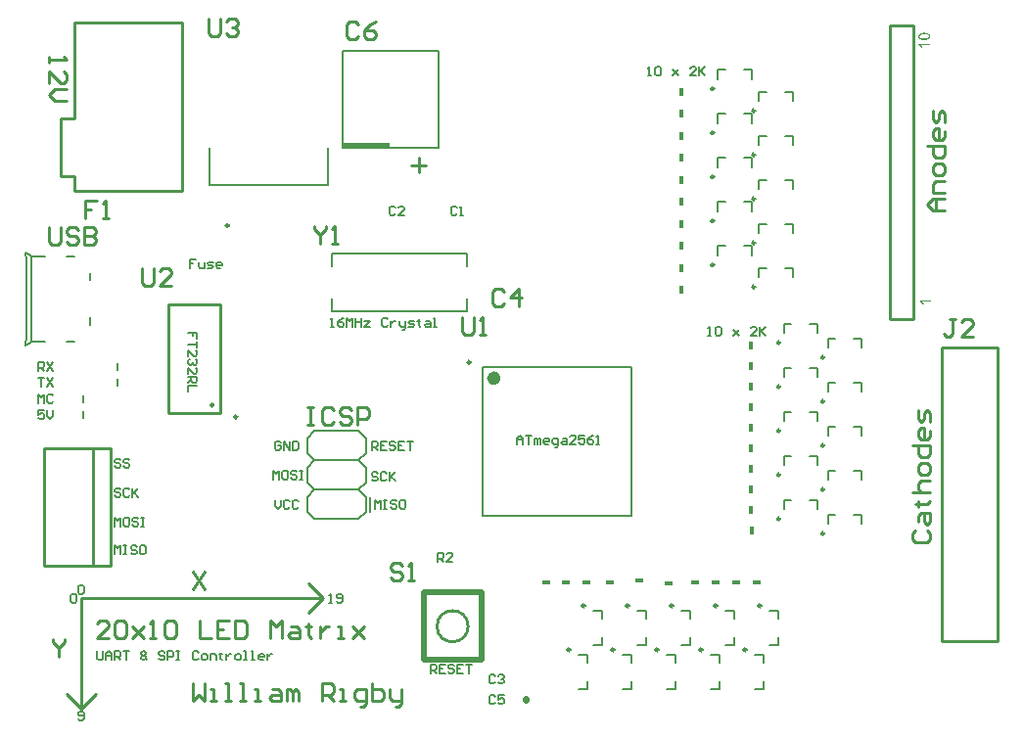
<source format=gto>
G04 Layer_Color=15132400*
%FSLAX24Y24*%
%MOIN*%
G70*
G01*
G75*
%ADD32C,0.0100*%
%ADD46C,0.0098*%
%ADD47C,0.0236*%
%ADD48C,0.0197*%
%ADD49C,0.0079*%
%ADD50C,0.0080*%
%ADD51C,0.0220*%
%ADD52C,0.0050*%
%ADD53C,0.0070*%
%ADD54R,0.0300X0.0180*%
%ADD55R,0.1614X0.0139*%
%ADD56R,0.0180X0.0300*%
G36*
X40228Y48763D02*
X40235D01*
X40242Y48762D01*
X40250Y48762D01*
X40267Y48760D01*
X40286Y48757D01*
X40303Y48754D01*
X40312Y48752D01*
X40320Y48749D01*
X40321D01*
X40322Y48748D01*
X40324Y48747D01*
X40327Y48746D01*
X40331Y48745D01*
X40335Y48743D01*
X40344Y48738D01*
X40354Y48733D01*
X40365Y48726D01*
X40375Y48717D01*
X40384Y48707D01*
Y48707D01*
X40386Y48706D01*
X40387Y48705D01*
X40388Y48702D01*
X40389Y48700D01*
X40392Y48697D01*
X40396Y48688D01*
X40399Y48678D01*
X40403Y48667D01*
X40406Y48653D01*
X40407Y48638D01*
Y48637D01*
Y48636D01*
Y48632D01*
X40406Y48629D01*
X40406Y48624D01*
X40404Y48619D01*
X40403Y48612D01*
X40402Y48606D01*
X40399Y48599D01*
X40397Y48592D01*
X40394Y48585D01*
X40390Y48577D01*
X40386Y48570D01*
X40380Y48563D01*
X40374Y48556D01*
X40367Y48550D01*
X40367Y48550D01*
X40365Y48549D01*
X40362Y48547D01*
X40358Y48544D01*
X40353Y48541D01*
X40346Y48539D01*
X40338Y48535D01*
X40330Y48531D01*
X40320Y48528D01*
X40308Y48525D01*
X40295Y48521D01*
X40281Y48519D01*
X40265Y48516D01*
X40248Y48514D01*
X40230Y48513D01*
X40211Y48513D01*
X40200D01*
X40194Y48513D01*
X40187D01*
X40180Y48514D01*
X40171Y48514D01*
X40154Y48516D01*
X40136Y48519D01*
X40118Y48522D01*
X40109Y48524D01*
X40101Y48526D01*
X40100D01*
X40099Y48527D01*
X40097Y48528D01*
X40094Y48529D01*
X40090Y48530D01*
X40086Y48532D01*
X40077Y48537D01*
X40067Y48542D01*
X40056Y48550D01*
X40046Y48558D01*
X40037Y48568D01*
Y48569D01*
X40036Y48569D01*
X40035Y48571D01*
X40034Y48573D01*
X40031Y48576D01*
X40030Y48579D01*
X40025Y48587D01*
X40021Y48597D01*
X40018Y48609D01*
X40015Y48623D01*
X40014Y48638D01*
Y48639D01*
Y48639D01*
Y48641D01*
Y48643D01*
X40015Y48649D01*
X40016Y48656D01*
X40018Y48665D01*
X40020Y48673D01*
X40023Y48683D01*
X40027Y48692D01*
Y48692D01*
X40028Y48693D01*
X40029Y48696D01*
X40032Y48700D01*
X40036Y48706D01*
X40041Y48712D01*
X40048Y48718D01*
X40055Y48725D01*
X40063Y48731D01*
X40064Y48731D01*
X40067Y48733D01*
X40072Y48736D01*
X40079Y48740D01*
X40088Y48743D01*
X40097Y48747D01*
X40108Y48751D01*
X40120Y48754D01*
X40121D01*
X40122Y48755D01*
X40124Y48756D01*
X40126Y48756D01*
X40130Y48757D01*
X40134Y48757D01*
X40139Y48758D01*
X40144Y48759D01*
X40150Y48760D01*
X40157Y48761D01*
X40165Y48761D01*
X40172Y48762D01*
X40181Y48763D01*
X40190D01*
X40200Y48763D01*
X40222D01*
X40228Y48763D01*
D02*
G37*
G36*
X40400Y48344D02*
X40100D01*
X40100Y48344D01*
X40103Y48341D01*
X40106Y48338D01*
X40110Y48332D01*
X40115Y48326D01*
X40120Y48318D01*
X40126Y48309D01*
X40132Y48299D01*
Y48299D01*
X40133Y48298D01*
X40135Y48295D01*
X40138Y48289D01*
X40141Y48283D01*
X40145Y48275D01*
X40149Y48267D01*
X40153Y48258D01*
X40156Y48250D01*
X40111D01*
Y48251D01*
X40110Y48252D01*
X40109Y48254D01*
X40108Y48257D01*
X40106Y48260D01*
X40104Y48264D01*
X40098Y48273D01*
X40092Y48284D01*
X40084Y48296D01*
X40075Y48307D01*
X40066Y48319D01*
X40065Y48319D01*
X40065Y48320D01*
X40063Y48322D01*
X40061Y48324D01*
X40056Y48329D01*
X40049Y48335D01*
X40041Y48342D01*
X40033Y48349D01*
X40024Y48355D01*
X40014Y48361D01*
Y48392D01*
X40400D01*
Y48344D01*
D02*
G37*
G36*
X40450Y39594D02*
X40150D01*
X40150Y39594D01*
X40153Y39591D01*
X40156Y39588D01*
X40160Y39582D01*
X40165Y39576D01*
X40170Y39568D01*
X40176Y39559D01*
X40182Y39549D01*
Y39549D01*
X40183Y39548D01*
X40185Y39545D01*
X40188Y39539D01*
X40191Y39533D01*
X40195Y39525D01*
X40199Y39517D01*
X40203Y39508D01*
X40206Y39500D01*
X40161D01*
Y39501D01*
X40160Y39502D01*
X40159Y39504D01*
X40158Y39507D01*
X40156Y39510D01*
X40154Y39514D01*
X40148Y39523D01*
X40142Y39534D01*
X40134Y39546D01*
X40125Y39557D01*
X40116Y39569D01*
X40115Y39569D01*
X40115Y39570D01*
X40113Y39572D01*
X40111Y39574D01*
X40106Y39579D01*
X40099Y39585D01*
X40091Y39592D01*
X40083Y39599D01*
X40074Y39605D01*
X40064Y39611D01*
Y39642D01*
X40450D01*
Y39594D01*
D02*
G37*
%LPC*%
G36*
X40228Y48715D02*
X40202D01*
X40195Y48715D01*
X40188D01*
X40179Y48714D01*
X40170Y48713D01*
X40159Y48712D01*
X40138Y48710D01*
X40127Y48708D01*
X40118Y48706D01*
X40108Y48703D01*
X40099Y48700D01*
X40091Y48697D01*
X40085Y48693D01*
X40084D01*
X40084Y48692D01*
X40082Y48691D01*
X40080Y48689D01*
X40075Y48684D01*
X40069Y48678D01*
X40063Y48670D01*
X40058Y48660D01*
X40056Y48655D01*
X40054Y48650D01*
X40054Y48643D01*
X40053Y48637D01*
Y48637D01*
Y48636D01*
Y48634D01*
X40054Y48632D01*
X40055Y48626D01*
X40056Y48619D01*
X40060Y48610D01*
X40065Y48601D01*
X40068Y48597D01*
X40071Y48592D01*
X40076Y48589D01*
X40081Y48585D01*
X40081D01*
X40083Y48584D01*
X40085Y48582D01*
X40088Y48581D01*
X40092Y48579D01*
X40097Y48577D01*
X40103Y48575D01*
X40110Y48573D01*
X40119Y48571D01*
X40128Y48569D01*
X40139Y48566D01*
X40150Y48565D01*
X40164Y48563D01*
X40178Y48562D01*
X40194Y48561D01*
X40211Y48561D01*
X40220D01*
X40226Y48561D01*
X40233D01*
X40242Y48562D01*
X40252Y48562D01*
X40262Y48564D01*
X40283Y48566D01*
X40294Y48568D01*
X40304Y48570D01*
X40313Y48572D01*
X40322Y48576D01*
X40330Y48579D01*
X40337Y48583D01*
X40337D01*
X40338Y48584D01*
X40342Y48587D01*
X40347Y48592D01*
X40352Y48598D01*
X40358Y48606D01*
X40363Y48616D01*
X40367Y48626D01*
X40367Y48632D01*
X40368Y48638D01*
Y48639D01*
Y48640D01*
Y48641D01*
X40367Y48643D01*
X40366Y48649D01*
X40364Y48657D01*
X40360Y48665D01*
X40354Y48675D01*
X40351Y48679D01*
X40347Y48683D01*
X40342Y48688D01*
X40337Y48692D01*
X40336D01*
X40335Y48693D01*
X40333Y48695D01*
X40331Y48696D01*
X40327Y48698D01*
X40322Y48700D01*
X40316Y48702D01*
X40310Y48704D01*
X40301Y48706D01*
X40292Y48708D01*
X40282Y48710D01*
X40271Y48712D01*
X40257Y48713D01*
X40243Y48714D01*
X40228Y48715D01*
D02*
G37*
%LPD*%
D32*
X16817Y35682D02*
G03*
X16817Y35682I-49J0D01*
G01*
X16010Y36085D02*
G03*
X16010Y36085I-49J0D01*
G01*
X24680Y28550D02*
G03*
X24680Y28550I-530J0D01*
G01*
X14464Y35800D02*
X16236D01*
X14464D02*
Y39500D01*
X16236D01*
Y35800D02*
Y39500D01*
X10250Y34600D02*
X12500D01*
X10250Y30600D02*
Y34600D01*
Y30600D02*
X12500D01*
Y34600D01*
X11900Y30600D02*
Y34550D01*
X42720Y28050D02*
Y38050D01*
X42720D01*
X40820D02*
X42720D01*
X40820Y28050D02*
Y38050D01*
Y28050D02*
X42720D01*
X39050Y39000D02*
Y44060D01*
X39850Y39000D02*
Y43900D01*
X39050Y39000D02*
X39850D01*
X39050Y44060D02*
Y49000D01*
X39850Y43900D02*
Y49000D01*
X39050D02*
X39850D01*
X23000Y44000D02*
Y44500D01*
X22750Y44250D02*
X23250D01*
X11271Y49100D02*
X14950D01*
X10800Y43862D02*
Y45850D01*
X11271Y43391D02*
X14950D01*
Y49100D01*
X11271Y46321D02*
Y49100D01*
X10800Y43862D02*
X11271D01*
Y43391D02*
Y43862D01*
Y45850D02*
Y46321D01*
X10800Y45850D02*
X11271D01*
X11500Y25750D02*
Y29500D01*
X19750D01*
X19250Y30000D02*
X19750Y29500D01*
X19250Y29000D02*
X19750Y29500D01*
X11500Y25750D02*
X12000Y26250D01*
X11000D02*
X11500Y25750D01*
X22440Y30600D02*
X22340Y30700D01*
X22140D01*
X22040Y30600D01*
Y30500D01*
X22140Y30400D01*
X22340D01*
X22440Y30300D01*
Y30200D01*
X22340Y30100D01*
X22140D01*
X22040Y30200D01*
X22640Y30100D02*
X22840D01*
X22740D01*
Y30700D01*
X22640Y30600D01*
X25890Y39950D02*
X25790Y40050D01*
X25590D01*
X25490Y39950D01*
Y39550D01*
X25590Y39450D01*
X25790D01*
X25890Y39550D01*
X26390Y39450D02*
Y40050D01*
X26090Y39750D01*
X26490D01*
X12050Y43050D02*
X11650D01*
Y42750D01*
X11850D01*
X11650D01*
Y42450D01*
X12250D02*
X12450D01*
X12350D01*
Y43050D01*
X12250Y42950D01*
X13560Y40740D02*
Y40240D01*
X13660Y40140D01*
X13860D01*
X13960Y40240D01*
Y40740D01*
X14560Y40140D02*
X14160D01*
X14560Y40540D01*
Y40640D01*
X14460Y40740D01*
X14260D01*
X14160Y40640D01*
X24480Y39070D02*
Y38570D01*
X24580Y38470D01*
X24780D01*
X24880Y38570D01*
Y39070D01*
X25080Y38470D02*
X25280D01*
X25180D01*
Y39070D01*
X25080Y38970D01*
X19450Y42180D02*
Y42080D01*
X19650Y41880D01*
X19850Y42080D01*
Y42180D01*
X19650Y41880D02*
Y41580D01*
X20050D02*
X20250D01*
X20150D01*
Y42180D01*
X20050Y42080D01*
X41270Y39000D02*
X41070D01*
X41170D01*
Y38500D01*
X41070Y38400D01*
X40970D01*
X40870Y38500D01*
X41870Y38400D02*
X41470D01*
X41870Y38800D01*
Y38900D01*
X41770Y39000D01*
X41570D01*
X41470Y38900D01*
X20950Y49050D02*
X20850Y49150D01*
X20650D01*
X20550Y49050D01*
Y48650D01*
X20650Y48550D01*
X20850D01*
X20950Y48650D01*
X21550Y49150D02*
X21350Y49050D01*
X21150Y48850D01*
Y48650D01*
X21250Y48550D01*
X21450D01*
X21550Y48650D01*
Y48750D01*
X21450Y48850D01*
X21150D01*
X15855Y49245D02*
Y48745D01*
X15955Y48645D01*
X16155D01*
X16255Y48745D01*
Y49245D01*
X16455Y49145D02*
X16555Y49245D01*
X16755D01*
X16855Y49145D01*
Y49045D01*
X16755Y48945D01*
X16655D01*
X16755D01*
X16855Y48845D01*
Y48745D01*
X16755Y48645D01*
X16555D01*
X16455Y48745D01*
X10400Y42150D02*
Y41650D01*
X10500Y41550D01*
X10700D01*
X10800Y41650D01*
Y42150D01*
X11400Y42050D02*
X11300Y42150D01*
X11100D01*
X11000Y42050D01*
Y41950D01*
X11100Y41850D01*
X11300D01*
X11400Y41750D01*
Y41650D01*
X11300Y41550D01*
X11100D01*
X11000Y41650D01*
X11600Y42150D02*
Y41550D01*
X11900D01*
X11999Y41650D01*
Y41750D01*
X11900Y41850D01*
X11600D01*
X11900D01*
X11999Y41950D01*
Y42050D01*
X11900Y42150D01*
X11600D01*
X10400Y47950D02*
Y47750D01*
Y47850D01*
X11000D01*
X10900Y47950D01*
X10400Y47050D02*
Y47450D01*
X10800Y47050D01*
X10900D01*
X11000Y47150D01*
Y47350D01*
X10900Y47450D01*
X11000Y46850D02*
X10600D01*
X10400Y46650D01*
X10600Y46450D01*
X11000D01*
X40900Y42700D02*
X40500D01*
X40300Y42900D01*
X40500Y43100D01*
X40900D01*
X40600D01*
Y42700D01*
X40900Y43300D02*
X40500D01*
Y43600D01*
X40600Y43700D01*
X40900D01*
Y44000D02*
Y44200D01*
X40800Y44299D01*
X40600D01*
X40500Y44200D01*
Y44000D01*
X40600Y43900D01*
X40800D01*
X40900Y44000D01*
X40300Y44899D02*
X40900D01*
Y44599D01*
X40800Y44499D01*
X40600D01*
X40500Y44599D01*
Y44899D01*
X40900Y45399D02*
Y45199D01*
X40800Y45099D01*
X40600D01*
X40500Y45199D01*
Y45399D01*
X40600Y45499D01*
X40700D01*
Y45099D01*
X40900Y45699D02*
Y45999D01*
X40800Y46099D01*
X40700Y45999D01*
Y45799D01*
X40600Y45699D01*
X40500Y45799D01*
Y46099D01*
X19200Y36000D02*
X19400D01*
X19300D01*
Y35400D01*
X19200D01*
X19400D01*
X20100Y35900D02*
X20000Y36000D01*
X19800D01*
X19700Y35900D01*
Y35500D01*
X19800Y35400D01*
X20000D01*
X20100Y35500D01*
X20700Y35900D02*
X20600Y36000D01*
X20400D01*
X20300Y35900D01*
Y35800D01*
X20400Y35700D01*
X20600D01*
X20700Y35600D01*
Y35500D01*
X20600Y35400D01*
X20400D01*
X20300Y35500D01*
X20899Y35400D02*
Y36000D01*
X21199D01*
X21299Y35900D01*
Y35700D01*
X21199Y35600D01*
X20899D01*
X10550Y28100D02*
Y28000D01*
X10750Y27800D01*
X10950Y28000D01*
Y28100D01*
X10750Y27800D02*
Y27500D01*
X15300Y30400D02*
X15700Y29800D01*
Y30400D02*
X15300Y29800D01*
X39900Y31800D02*
X39800Y31700D01*
Y31500D01*
X39900Y31400D01*
X40300D01*
X40400Y31500D01*
Y31700D01*
X40300Y31800D01*
X40000Y32100D02*
Y32300D01*
X40100Y32400D01*
X40400D01*
Y32100D01*
X40300Y32000D01*
X40200Y32100D01*
Y32400D01*
X39900Y32700D02*
X40000D01*
Y32600D01*
Y32800D01*
Y32700D01*
X40300D01*
X40400Y32800D01*
X39800Y33099D02*
X40400D01*
X40100D01*
X40000Y33199D01*
Y33399D01*
X40100Y33499D01*
X40400D01*
Y33799D02*
Y33999D01*
X40300Y34099D01*
X40100D01*
X40000Y33999D01*
Y33799D01*
X40100Y33699D01*
X40300D01*
X40400Y33799D01*
X39800Y34699D02*
X40400D01*
Y34399D01*
X40300Y34299D01*
X40100D01*
X40000Y34399D01*
Y34699D01*
X40400Y35199D02*
Y34999D01*
X40300Y34899D01*
X40100D01*
X40000Y34999D01*
Y35199D01*
X40100Y35299D01*
X40200D01*
Y34899D01*
X40400Y35499D02*
Y35799D01*
X40300Y35899D01*
X40200Y35799D01*
Y35599D01*
X40100Y35499D01*
X40000Y35599D01*
Y35899D01*
X12450Y28150D02*
X12050D01*
X12450Y28550D01*
Y28650D01*
X12350Y28750D01*
X12150D01*
X12050Y28650D01*
X12650D02*
X12750Y28750D01*
X12950D01*
X13050Y28650D01*
Y28250D01*
X12950Y28150D01*
X12750D01*
X12650Y28250D01*
Y28650D01*
X13250Y28550D02*
X13649Y28150D01*
X13450Y28350D01*
X13649Y28550D01*
X13250Y28150D01*
X13849D02*
X14049D01*
X13949D01*
Y28750D01*
X13849Y28650D01*
X14349D02*
X14449Y28750D01*
X14649D01*
X14749Y28650D01*
Y28250D01*
X14649Y28150D01*
X14449D01*
X14349Y28250D01*
Y28650D01*
X15549Y28750D02*
Y28150D01*
X15949D01*
X16549Y28750D02*
X16149D01*
Y28150D01*
X16549D01*
X16149Y28450D02*
X16349D01*
X16748Y28750D02*
Y28150D01*
X17048D01*
X17148Y28250D01*
Y28650D01*
X17048Y28750D01*
X16748D01*
X17948Y28150D02*
Y28750D01*
X18148Y28550D01*
X18348Y28750D01*
Y28150D01*
X18648Y28550D02*
X18848D01*
X18948Y28450D01*
Y28150D01*
X18648D01*
X18548Y28250D01*
X18648Y28350D01*
X18948D01*
X19248Y28650D02*
Y28550D01*
X19148D01*
X19348D01*
X19248D01*
Y28250D01*
X19348Y28150D01*
X19648Y28550D02*
Y28150D01*
Y28350D01*
X19748Y28450D01*
X19847Y28550D01*
X19947D01*
X20247Y28150D02*
X20447D01*
X20347D01*
Y28550D01*
X20247D01*
X20747D02*
X21147Y28150D01*
X20947Y28350D01*
X21147Y28550D01*
X20747Y28150D01*
X15300Y26600D02*
Y26000D01*
X15500Y26200D01*
X15700Y26000D01*
Y26600D01*
X15900Y26000D02*
X16100D01*
X16000D01*
Y26400D01*
X15900D01*
X16400Y26000D02*
X16600D01*
X16500D01*
Y26600D01*
X16400D01*
X16899Y26000D02*
X17099D01*
X16999D01*
Y26600D01*
X16899D01*
X17399Y26000D02*
X17599D01*
X17499D01*
Y26400D01*
X17399D01*
X17999D02*
X18199D01*
X18299Y26300D01*
Y26000D01*
X17999D01*
X17899Y26100D01*
X17999Y26200D01*
X18299D01*
X18499Y26000D02*
Y26400D01*
X18599D01*
X18699Y26300D01*
Y26000D01*
Y26300D01*
X18799Y26400D01*
X18899Y26300D01*
Y26000D01*
X19699D02*
Y26600D01*
X19998D01*
X20098Y26500D01*
Y26300D01*
X19998Y26200D01*
X19699D01*
X19899D02*
X20098Y26000D01*
X20298D02*
X20498D01*
X20398D01*
Y26400D01*
X20298D01*
X20998Y25800D02*
X21098D01*
X21198Y25900D01*
Y26400D01*
X20898D01*
X20798Y26300D01*
Y26100D01*
X20898Y26000D01*
X21198D01*
X21398Y26600D02*
Y26000D01*
X21698D01*
X21798Y26100D01*
Y26200D01*
Y26300D01*
X21698Y26400D01*
X21398D01*
X21998D02*
Y26100D01*
X22098Y26000D01*
X22398D01*
Y25900D01*
X22298Y25800D01*
X22198D01*
X22398Y26000D02*
Y26400D01*
D46*
X24757Y37537D02*
G03*
X24757Y37537I-49J0D01*
G01*
X31156Y27748D02*
G03*
X31156Y27748I-49J0D01*
G01*
X34656Y29248D02*
G03*
X34656Y29248I-49J0D01*
G01*
X36801Y34706D02*
G03*
X36801Y34706I-49J0D01*
G01*
X35301Y38206D02*
G03*
X35301Y38206I-49J0D01*
G01*
X34451Y43106D02*
G03*
X34451Y43106I-49J0D01*
G01*
X33051Y46856D02*
G03*
X33051Y46856I-49J0D01*
G01*
X30156Y29248D02*
G03*
X30156Y29248I-49J0D01*
G01*
X34156Y27748D02*
G03*
X34156Y27748I-49J0D01*
G01*
X35301Y33706D02*
G03*
X35301Y33706I-49J0D01*
G01*
X36801Y37706D02*
G03*
X36801Y37706I-49J0D01*
G01*
X33051Y42356D02*
G03*
X33051Y42356I-49J0D01*
G01*
X34451Y46106D02*
G03*
X34451Y46106I-49J0D01*
G01*
X29656Y27748D02*
G03*
X29656Y27748I-49J0D01*
G01*
X33156Y29248D02*
G03*
X33156Y29248I-49J0D01*
G01*
X36801Y33206D02*
G03*
X36801Y33206I-49J0D01*
G01*
X35301Y36706D02*
G03*
X35301Y36706I-49J0D01*
G01*
X34451Y41606D02*
G03*
X34451Y41606I-49J0D01*
G01*
X33051Y45356D02*
G03*
X33051Y45356I-49J0D01*
G01*
X28656Y29248D02*
G03*
X28656Y29248I-49J0D01*
G01*
X32656Y27748D02*
G03*
X32656Y27748I-49J0D01*
G01*
X35301Y32206D02*
G03*
X35301Y32206I-49J0D01*
G01*
X36801Y36206D02*
G03*
X36801Y36206I-49J0D01*
G01*
X33051Y40856D02*
G03*
X33051Y40856I-49J0D01*
G01*
X34451Y44606D02*
G03*
X34451Y44606I-49J0D01*
G01*
X28156Y27748D02*
G03*
X28156Y27748I-49J0D01*
G01*
X31656Y29248D02*
G03*
X31656Y29248I-49J0D01*
G01*
X36801Y31706D02*
G03*
X36801Y31706I-49J0D01*
G01*
X35301Y35206D02*
G03*
X35301Y35206I-49J0D01*
G01*
X34451Y40106D02*
G03*
X34451Y40106I-49J0D01*
G01*
X33051Y43856D02*
G03*
X33051Y43856I-49J0D01*
G01*
X16533Y42200D02*
G03*
X16533Y42200I-49J0D01*
G01*
D47*
X25672Y36996D02*
G03*
X25672Y36996I-118J0D01*
G01*
D48*
X23166Y29704D02*
X25134D01*
X23166Y27396D02*
Y29704D01*
Y27396D02*
X25107D01*
X25134D02*
Y29704D01*
X25107Y27396D02*
X25134D01*
D49*
X20047Y40801D02*
Y41234D01*
X24653Y40801D02*
Y41234D01*
X20047Y39266D02*
Y39699D01*
X24653Y39266D02*
Y39699D01*
X20047Y41234D02*
X24653D01*
X20047Y39266D02*
X24653D01*
X25161Y32311D02*
Y37389D01*
X30239Y32311D02*
Y37389D01*
X25161D02*
X30239D01*
X25161Y32311D02*
X30239D01*
X31435Y27575D02*
X31756D01*
Y27315D02*
Y27575D01*
X31435Y26425D02*
X31756D01*
Y26685D01*
X34935Y29075D02*
X35256D01*
Y28815D02*
Y29075D01*
X34935Y27925D02*
X35256D01*
Y28185D01*
X36925Y35035D02*
Y35356D01*
X37185D01*
X38075Y35035D02*
Y35356D01*
X37815D02*
X38075D01*
X35425Y38535D02*
Y38856D01*
X35685D01*
X36575Y38535D02*
Y38856D01*
X36315D02*
X36575D01*
X34575Y43435D02*
Y43756D01*
X34835D01*
X35725Y43435D02*
Y43756D01*
X35465D02*
X35725D01*
X33175Y47185D02*
Y47506D01*
X33435D01*
X34325Y47185D02*
Y47506D01*
X34065D02*
X34325D01*
X30435Y29075D02*
X30756D01*
Y28815D02*
Y29075D01*
X30435Y27925D02*
X30756D01*
Y28185D01*
X34435Y27575D02*
X34756D01*
Y27315D02*
Y27575D01*
X34435Y26425D02*
X34756D01*
Y26685D01*
X35425Y34035D02*
Y34356D01*
X35685D01*
X36575Y34035D02*
Y34356D01*
X36315D02*
X36575D01*
X36925Y38035D02*
Y38356D01*
X37185D01*
X38075Y38035D02*
Y38356D01*
X37815D02*
X38075D01*
X33175Y42685D02*
Y43006D01*
X33435D01*
X34325Y42685D02*
Y43006D01*
X34065D02*
X34325D01*
X34575Y46435D02*
Y46756D01*
X34835D01*
X35725Y46435D02*
Y46756D01*
X35465D02*
X35725D01*
X29935Y27575D02*
X30256D01*
Y27315D02*
Y27575D01*
X29935Y26425D02*
X30256D01*
Y26685D01*
X33435Y29075D02*
X33756D01*
Y28815D02*
Y29075D01*
X33435Y27925D02*
X33756D01*
Y28185D01*
X36925Y33535D02*
Y33856D01*
X37185D01*
X38075Y33535D02*
Y33856D01*
X37815D02*
X38075D01*
X35425Y37035D02*
Y37356D01*
X35685D01*
X36575Y37035D02*
Y37356D01*
X36315D02*
X36575D01*
X34575Y41935D02*
Y42256D01*
X34835D01*
X35725Y41935D02*
Y42256D01*
X35465D02*
X35725D01*
X33175Y45685D02*
Y46006D01*
X33435D01*
X34325Y45685D02*
Y46006D01*
X34065D02*
X34325D01*
X28935Y29075D02*
X29256D01*
Y28815D02*
Y29075D01*
X28935Y27925D02*
X29256D01*
Y28185D01*
X32935Y27575D02*
X33256D01*
Y27315D02*
Y27575D01*
X32935Y26425D02*
X33256D01*
Y26685D01*
X35425Y32535D02*
Y32856D01*
X35685D01*
X36575Y32535D02*
Y32856D01*
X36315D02*
X36575D01*
X36925Y36535D02*
Y36856D01*
X37185D01*
X38075Y36535D02*
Y36856D01*
X37815D02*
X38075D01*
X33175Y41185D02*
Y41506D01*
X33435D01*
X34325Y41185D02*
Y41506D01*
X34065D02*
X34325D01*
X34575Y44935D02*
Y45256D01*
X34835D01*
X35725Y44935D02*
Y45256D01*
X35465D02*
X35725D01*
X28435Y27575D02*
X28756D01*
Y27315D02*
Y27575D01*
X28435Y26425D02*
X28756D01*
Y26685D01*
X31935Y29075D02*
X32256D01*
Y28815D02*
Y29075D01*
X31935Y27925D02*
X32256D01*
Y28185D01*
X36925Y32035D02*
Y32356D01*
X37185D01*
X38075Y32035D02*
Y32356D01*
X37815D02*
X38075D01*
X35425Y35535D02*
Y35856D01*
X35685D01*
X36575Y35535D02*
Y35856D01*
X36315D02*
X36575D01*
X34575Y40435D02*
Y40756D01*
X34835D01*
X35725Y40435D02*
Y40756D01*
X35465D02*
X35725D01*
X33175Y44185D02*
Y44506D01*
X33435D01*
X34325Y44185D02*
Y44506D01*
X34065D02*
X34325D01*
X15882Y43572D02*
Y44844D01*
X15892Y43572D02*
X19908D01*
X19918D02*
Y44844D01*
X11559Y36182D02*
Y36418D01*
Y35632D02*
Y35868D01*
X12741Y36732D02*
Y36968D01*
Y37282D02*
Y37518D01*
D50*
X21332Y32450D02*
Y32950D01*
X21200Y32450D02*
Y32950D01*
Y33450D02*
Y33950D01*
Y34450D02*
Y34950D01*
X19450Y35200D02*
X20950D01*
X19450Y34200D02*
X20950D01*
X19450Y33200D02*
X20950D01*
X19200Y34950D02*
X19450Y35200D01*
X19200Y34450D02*
Y34950D01*
Y34450D02*
X19450Y34200D01*
X19200Y33950D02*
X19450Y34200D01*
X19200Y33450D02*
Y33950D01*
Y33450D02*
X19450Y33200D01*
X19200Y32950D02*
X19450Y33200D01*
X19200Y32450D02*
Y32950D01*
Y32450D02*
X19450Y32200D01*
X20950D01*
Y35200D02*
X21200Y34950D01*
X20950Y34200D02*
X21200Y34450D01*
X20950Y34200D02*
X21200Y33950D01*
X20950Y33200D02*
X21200Y33450D01*
X20950Y33200D02*
X21200Y32950D01*
X20950Y32200D02*
X21200Y32450D01*
X23684Y44860D02*
Y48134D01*
X20416Y44860D02*
Y48134D01*
X23684D01*
X20416Y44860D02*
X23684D01*
X24300Y42800D02*
X24250Y42850D01*
X24150D01*
X24100Y42800D01*
Y42600D01*
X24150Y42550D01*
X24250D01*
X24300Y42600D01*
X24400Y42550D02*
X24500D01*
X24450D01*
Y42850D01*
X24400Y42800D01*
X22200D02*
X22150Y42850D01*
X22050D01*
X22000Y42800D01*
Y42600D01*
X22050Y42550D01*
X22150D01*
X22200Y42600D01*
X22500Y42550D02*
X22300D01*
X22500Y42750D01*
Y42800D01*
X22450Y42850D01*
X22350D01*
X22300Y42800D01*
X25600Y26850D02*
X25550Y26900D01*
X25450D01*
X25400Y26850D01*
Y26650D01*
X25450Y26600D01*
X25550D01*
X25600Y26650D01*
X25700Y26850D02*
X25750Y26900D01*
X25850D01*
X25900Y26850D01*
Y26800D01*
X25850Y26750D01*
X25800D01*
X25850D01*
X25900Y26700D01*
Y26650D01*
X25850Y26600D01*
X25750D01*
X25700Y26650D01*
X23650Y30750D02*
Y31050D01*
X23800D01*
X23850Y31000D01*
Y30900D01*
X23800Y30850D01*
X23650D01*
X23750D02*
X23850Y30750D01*
X24150D02*
X23950D01*
X24150Y30950D01*
Y31000D01*
X24100Y31050D01*
X24000D01*
X23950Y31000D01*
X25600Y26150D02*
X25550Y26200D01*
X25450D01*
X25400Y26150D01*
Y25950D01*
X25450Y25900D01*
X25550D01*
X25600Y25950D01*
X25900Y26200D02*
X25700D01*
Y26050D01*
X25800Y26100D01*
X25850D01*
X25900Y26050D01*
Y25950D01*
X25850Y25900D01*
X25750D01*
X25700Y25950D01*
X10050Y37250D02*
Y37550D01*
X10200D01*
X10250Y37500D01*
Y37400D01*
X10200Y37350D01*
X10050D01*
X10150D02*
X10250Y37250D01*
X10350Y37550D02*
X10550Y37250D01*
Y37550D02*
X10350Y37250D01*
X10050Y37000D02*
X10250D01*
X10150D01*
Y36700D01*
X10350Y37000D02*
X10550Y36700D01*
Y37000D02*
X10350Y36700D01*
X10250Y35900D02*
X10050D01*
Y35750D01*
X10150Y35800D01*
X10200D01*
X10250Y35750D01*
Y35650D01*
X10200Y35600D01*
X10100D01*
X10050Y35650D01*
X10350Y35900D02*
Y35700D01*
X10450Y35600D01*
X10550Y35700D01*
Y35900D01*
X10050Y36150D02*
Y36450D01*
X10150Y36350D01*
X10250Y36450D01*
Y36150D01*
X10550Y36400D02*
X10500Y36450D01*
X10400D01*
X10350Y36400D01*
Y36200D01*
X10400Y36150D01*
X10500D01*
X10550Y36200D01*
X18300Y34800D02*
X18250Y34850D01*
X18150D01*
X18100Y34800D01*
Y34600D01*
X18150Y34550D01*
X18250D01*
X18300Y34600D01*
Y34700D01*
X18200D01*
X18400Y34550D02*
Y34850D01*
X18600Y34550D01*
Y34850D01*
X18700D02*
Y34550D01*
X18850D01*
X18900Y34600D01*
Y34800D01*
X18850Y34850D01*
X18700D01*
X18050Y33550D02*
Y33850D01*
X18150Y33750D01*
X18250Y33850D01*
Y33550D01*
X18500Y33850D02*
X18400D01*
X18350Y33800D01*
Y33600D01*
X18400Y33550D01*
X18500D01*
X18550Y33600D01*
Y33800D01*
X18500Y33850D01*
X18850Y33800D02*
X18800Y33850D01*
X18700D01*
X18650Y33800D01*
Y33750D01*
X18700Y33700D01*
X18800D01*
X18850Y33650D01*
Y33600D01*
X18800Y33550D01*
X18700D01*
X18650Y33600D01*
X18950Y33850D02*
X19050D01*
X19000D01*
Y33550D01*
X18950D01*
X19050D01*
X18100Y32850D02*
Y32650D01*
X18200Y32550D01*
X18300Y32650D01*
Y32850D01*
X18600Y32800D02*
X18550Y32850D01*
X18450D01*
X18400Y32800D01*
Y32600D01*
X18450Y32550D01*
X18550D01*
X18600Y32600D01*
X18900Y32800D02*
X18850Y32850D01*
X18750D01*
X18700Y32800D01*
Y32600D01*
X18750Y32550D01*
X18850D01*
X18900Y32600D01*
X21400Y34550D02*
Y34850D01*
X21550D01*
X21600Y34800D01*
Y34700D01*
X21550Y34650D01*
X21400D01*
X21500D02*
X21600Y34550D01*
X21900Y34850D02*
X21700D01*
Y34550D01*
X21900D01*
X21700Y34700D02*
X21800D01*
X22200Y34800D02*
X22150Y34850D01*
X22050D01*
X22000Y34800D01*
Y34750D01*
X22050Y34700D01*
X22150D01*
X22200Y34650D01*
Y34600D01*
X22150Y34550D01*
X22050D01*
X22000Y34600D01*
X22500Y34850D02*
X22300D01*
Y34550D01*
X22500D01*
X22300Y34700D02*
X22400D01*
X22600Y34850D02*
X22800D01*
X22700D01*
Y34550D01*
X21600Y33750D02*
X21550Y33800D01*
X21450D01*
X21400Y33750D01*
Y33700D01*
X21450Y33650D01*
X21550D01*
X21600Y33600D01*
Y33550D01*
X21550Y33500D01*
X21450D01*
X21400Y33550D01*
X21900Y33750D02*
X21850Y33800D01*
X21750D01*
X21700Y33750D01*
Y33550D01*
X21750Y33500D01*
X21850D01*
X21900Y33550D01*
X22000Y33800D02*
Y33500D01*
Y33600D01*
X22200Y33800D01*
X22050Y33650D01*
X22200Y33500D01*
X21500Y32550D02*
Y32850D01*
X21600Y32750D01*
X21700Y32850D01*
Y32550D01*
X21800Y32850D02*
X21900D01*
X21850D01*
Y32550D01*
X21800D01*
X21900D01*
X22250Y32800D02*
X22200Y32850D01*
X22100D01*
X22050Y32800D01*
Y32750D01*
X22100Y32700D01*
X22200D01*
X22250Y32650D01*
Y32600D01*
X22200Y32550D01*
X22100D01*
X22050Y32600D01*
X22500Y32850D02*
X22400D01*
X22350Y32800D01*
Y32600D01*
X22400Y32550D01*
X22500D01*
X22550Y32600D01*
Y32800D01*
X22500Y32850D01*
X12850Y34200D02*
X12800Y34250D01*
X12700D01*
X12650Y34200D01*
Y34150D01*
X12700Y34100D01*
X12800D01*
X12850Y34050D01*
Y34000D01*
X12800Y33950D01*
X12700D01*
X12650Y34000D01*
X13150Y34200D02*
X13100Y34250D01*
X13000D01*
X12950Y34200D01*
Y34150D01*
X13000Y34100D01*
X13100D01*
X13150Y34050D01*
Y34000D01*
X13100Y33950D01*
X13000D01*
X12950Y34000D01*
X12850Y33200D02*
X12800Y33250D01*
X12700D01*
X12650Y33200D01*
Y33150D01*
X12700Y33100D01*
X12800D01*
X12850Y33050D01*
Y33000D01*
X12800Y32950D01*
X12700D01*
X12650Y33000D01*
X13150Y33200D02*
X13100Y33250D01*
X13000D01*
X12950Y33200D01*
Y33000D01*
X13000Y32950D01*
X13100D01*
X13150Y33000D01*
X13250Y33250D02*
Y32950D01*
Y33050D01*
X13450Y33250D01*
X13300Y33100D01*
X13450Y32950D01*
X12650Y31950D02*
Y32250D01*
X12750Y32150D01*
X12850Y32250D01*
Y31950D01*
X13100Y32250D02*
X13000D01*
X12950Y32200D01*
Y32000D01*
X13000Y31950D01*
X13100D01*
X13150Y32000D01*
Y32200D01*
X13100Y32250D01*
X13450Y32200D02*
X13400Y32250D01*
X13300D01*
X13250Y32200D01*
Y32150D01*
X13300Y32100D01*
X13400D01*
X13450Y32050D01*
Y32000D01*
X13400Y31950D01*
X13300D01*
X13250Y32000D01*
X13550Y32250D02*
X13650D01*
X13600D01*
Y31950D01*
X13550D01*
X13650D01*
X12650Y31000D02*
Y31300D01*
X12750Y31200D01*
X12850Y31300D01*
Y31000D01*
X12950Y31300D02*
X13050D01*
X13000D01*
Y31000D01*
X12950D01*
X13050D01*
X13400Y31250D02*
X13350Y31300D01*
X13250D01*
X13200Y31250D01*
Y31200D01*
X13250Y31150D01*
X13350D01*
X13400Y31100D01*
Y31050D01*
X13350Y31000D01*
X13250D01*
X13200Y31050D01*
X13650Y31300D02*
X13550D01*
X13500Y31250D01*
Y31050D01*
X13550Y31000D01*
X13650D01*
X13700Y31050D01*
Y31250D01*
X13650Y31300D01*
X11400Y29900D02*
X11450Y29950D01*
X11550D01*
X11600Y29900D01*
Y29700D01*
X11550Y29650D01*
X11450D01*
X11400Y29700D01*
Y29900D01*
X19950Y29350D02*
X20050D01*
X20000D01*
Y29650D01*
X19950Y29600D01*
X20200Y29400D02*
X20250Y29350D01*
X20350D01*
X20400Y29400D01*
Y29600D01*
X20350Y29650D01*
X20250D01*
X20200Y29600D01*
Y29550D01*
X20250Y29500D01*
X20400D01*
X11400Y25400D02*
X11450Y25350D01*
X11550D01*
X11600Y25400D01*
Y25600D01*
X11550Y25650D01*
X11450D01*
X11400Y25600D01*
Y25550D01*
X11450Y25500D01*
X11600D01*
X11150Y29600D02*
X11200Y29650D01*
X11300D01*
X11350Y29600D01*
Y29400D01*
X11300Y29350D01*
X11200D01*
X11150Y29400D01*
Y29600D01*
X26350Y34750D02*
Y34950D01*
X26450Y35050D01*
X26550Y34950D01*
Y34750D01*
Y34900D01*
X26350D01*
X26650Y35050D02*
X26850D01*
X26750D01*
Y34750D01*
X26950D02*
Y34950D01*
X27000D01*
X27050Y34900D01*
Y34750D01*
Y34900D01*
X27100Y34950D01*
X27150Y34900D01*
Y34750D01*
X27400D02*
X27300D01*
X27250Y34800D01*
Y34900D01*
X27300Y34950D01*
X27400D01*
X27450Y34900D01*
Y34850D01*
X27250D01*
X27650Y34650D02*
X27700D01*
X27750Y34700D01*
Y34950D01*
X27600D01*
X27550Y34900D01*
Y34800D01*
X27600Y34750D01*
X27750D01*
X27899Y34950D02*
X27999D01*
X28049Y34900D01*
Y34750D01*
X27899D01*
X27850Y34800D01*
X27899Y34850D01*
X28049D01*
X28349Y34750D02*
X28149D01*
X28349Y34950D01*
Y35000D01*
X28299Y35050D01*
X28199D01*
X28149Y35000D01*
X28649Y35050D02*
X28449D01*
Y34900D01*
X28549Y34950D01*
X28599D01*
X28649Y34900D01*
Y34800D01*
X28599Y34750D01*
X28499D01*
X28449Y34800D01*
X28949Y35050D02*
X28849Y35000D01*
X28749Y34900D01*
Y34800D01*
X28799Y34750D01*
X28899D01*
X28949Y34800D01*
Y34850D01*
X28899Y34900D01*
X28749D01*
X29049Y34750D02*
X29149D01*
X29099D01*
Y35050D01*
X29049Y35000D01*
X15450Y38350D02*
Y38550D01*
X15300D01*
Y38450D01*
Y38550D01*
X15150D01*
X15450Y38250D02*
Y38050D01*
Y38150D01*
X15150D01*
Y37750D02*
Y37950D01*
X15350Y37750D01*
X15400D01*
X15450Y37800D01*
Y37900D01*
X15400Y37950D01*
Y37650D02*
X15450Y37600D01*
Y37500D01*
X15400Y37450D01*
X15350D01*
X15300Y37500D01*
Y37550D01*
Y37500D01*
X15250Y37450D01*
X15200D01*
X15150Y37500D01*
Y37600D01*
X15200Y37650D01*
X15150Y37150D02*
Y37350D01*
X15350Y37150D01*
X15400D01*
X15450Y37200D01*
Y37300D01*
X15400Y37350D01*
X15150Y37050D02*
X15450D01*
Y36901D01*
X15400Y36851D01*
X15300D01*
X15250Y36901D01*
Y37050D01*
Y36951D02*
X15150Y36851D01*
X15450Y36751D02*
X15150D01*
Y36551D01*
X20000Y38750D02*
X20100D01*
X20050D01*
Y39050D01*
X20000Y39000D01*
X20450Y39050D02*
X20350Y39000D01*
X20250Y38900D01*
Y38800D01*
X20300Y38750D01*
X20400D01*
X20450Y38800D01*
Y38850D01*
X20400Y38900D01*
X20250D01*
X20550Y38750D02*
Y39050D01*
X20650Y38950D01*
X20750Y39050D01*
Y38750D01*
X20850Y39050D02*
Y38750D01*
Y38900D01*
X21050D01*
Y39050D01*
Y38750D01*
X21150Y38950D02*
X21350D01*
X21150Y38750D01*
X21350D01*
X21949Y39000D02*
X21899Y39050D01*
X21799D01*
X21749Y39000D01*
Y38800D01*
X21799Y38750D01*
X21899D01*
X21949Y38800D01*
X22049Y38950D02*
Y38750D01*
Y38850D01*
X22099Y38900D01*
X22149Y38950D01*
X22199D01*
X22349D02*
Y38800D01*
X22399Y38750D01*
X22549D01*
Y38700D01*
X22499Y38650D01*
X22449D01*
X22549Y38750D02*
Y38950D01*
X22649Y38750D02*
X22799D01*
X22849Y38800D01*
X22799Y38850D01*
X22699D01*
X22649Y38900D01*
X22699Y38950D01*
X22849D01*
X22999Y39000D02*
Y38950D01*
X22949D01*
X23049D01*
X22999D01*
Y38800D01*
X23049Y38750D01*
X23249Y38950D02*
X23349D01*
X23399Y38900D01*
Y38750D01*
X23249D01*
X23199Y38800D01*
X23249Y38850D01*
X23399D01*
X23499Y38750D02*
X23599D01*
X23549D01*
Y39050D01*
X23499D01*
X15400Y41050D02*
X15200D01*
Y40900D01*
X15300D01*
X15200D01*
Y40750D01*
X15500Y40950D02*
Y40800D01*
X15550Y40750D01*
X15700D01*
Y40950D01*
X15800Y40750D02*
X15950D01*
X16000Y40800D01*
X15950Y40850D01*
X15850D01*
X15800Y40900D01*
X15850Y40950D01*
X16000D01*
X16250Y40750D02*
X16150D01*
X16100Y40800D01*
Y40900D01*
X16150Y40950D01*
X16250D01*
X16300Y40900D01*
Y40850D01*
X16100D01*
X23400Y26950D02*
Y27250D01*
X23550D01*
X23600Y27200D01*
Y27100D01*
X23550Y27050D01*
X23400D01*
X23500D02*
X23600Y26950D01*
X23900Y27250D02*
X23700D01*
Y26950D01*
X23900D01*
X23700Y27100D02*
X23800D01*
X24200Y27200D02*
X24150Y27250D01*
X24050D01*
X24000Y27200D01*
Y27150D01*
X24050Y27100D01*
X24150D01*
X24200Y27050D01*
Y27000D01*
X24150Y26950D01*
X24050D01*
X24000Y27000D01*
X24500Y27250D02*
X24300D01*
Y26950D01*
X24500D01*
X24300Y27100D02*
X24400D01*
X24600Y27250D02*
X24800D01*
X24700D01*
Y26950D01*
X12050Y27700D02*
Y27450D01*
X12100Y27400D01*
X12200D01*
X12250Y27450D01*
Y27700D01*
X12350Y27400D02*
Y27600D01*
X12450Y27700D01*
X12550Y27600D01*
Y27400D01*
Y27550D01*
X12350D01*
X12650Y27400D02*
Y27700D01*
X12800D01*
X12850Y27650D01*
Y27550D01*
X12800Y27500D01*
X12650D01*
X12750D02*
X12850Y27400D01*
X12950Y27700D02*
X13150D01*
X13050D01*
Y27400D01*
X13749D02*
X13699Y27450D01*
X13649Y27400D01*
X13599D01*
X13550Y27450D01*
Y27500D01*
X13599Y27550D01*
X13550Y27600D01*
Y27650D01*
X13599Y27700D01*
X13649D01*
X13699Y27650D01*
Y27600D01*
X13649Y27550D01*
X13699Y27500D01*
Y27450D01*
X13749Y27550D02*
X13699Y27500D01*
X13599Y27550D02*
X13649D01*
X14349Y27650D02*
X14299Y27700D01*
X14199D01*
X14149Y27650D01*
Y27600D01*
X14199Y27550D01*
X14299D01*
X14349Y27500D01*
Y27450D01*
X14299Y27400D01*
X14199D01*
X14149Y27450D01*
X14449Y27400D02*
Y27700D01*
X14599D01*
X14649Y27650D01*
Y27550D01*
X14599Y27500D01*
X14449D01*
X14749Y27700D02*
X14849D01*
X14799D01*
Y27400D01*
X14749D01*
X14849D01*
X15499Y27650D02*
X15449Y27700D01*
X15349D01*
X15299Y27650D01*
Y27450D01*
X15349Y27400D01*
X15449D01*
X15499Y27450D01*
X15649Y27400D02*
X15749D01*
X15799Y27450D01*
Y27550D01*
X15749Y27600D01*
X15649D01*
X15599Y27550D01*
Y27450D01*
X15649Y27400D01*
X15899D02*
Y27600D01*
X16049D01*
X16099Y27550D01*
Y27400D01*
X16249Y27650D02*
Y27600D01*
X16199D01*
X16299D01*
X16249D01*
Y27450D01*
X16299Y27400D01*
X16449Y27600D02*
Y27400D01*
Y27500D01*
X16499Y27550D01*
X16549Y27600D01*
X16599D01*
X16798Y27400D02*
X16898D01*
X16948Y27450D01*
Y27550D01*
X16898Y27600D01*
X16798D01*
X16748Y27550D01*
Y27450D01*
X16798Y27400D01*
X17048D02*
X17148D01*
X17098D01*
Y27700D01*
X17048D01*
X17298Y27400D02*
X17398D01*
X17348D01*
Y27700D01*
X17298D01*
X17698Y27400D02*
X17598D01*
X17548Y27450D01*
Y27550D01*
X17598Y27600D01*
X17698D01*
X17748Y27550D01*
Y27500D01*
X17548D01*
X17848Y27600D02*
Y27400D01*
Y27500D01*
X17898Y27550D01*
X17948Y27600D01*
X17998D01*
D51*
X26647Y26038D02*
Y26070D01*
D52*
X9595Y41275D02*
X9832Y41157D01*
X9595Y38120D02*
X9832Y38240D01*
X9792D02*
Y41157D01*
X9635Y38440D02*
Y40999D01*
X9595Y41275D02*
X9635Y40999D01*
X9595Y38120D02*
X9635Y38440D01*
X11800Y40330D02*
Y40580D01*
Y38820D02*
Y39070D01*
X11020Y38240D02*
X11270D01*
X9832D02*
X10270D01*
X9832Y41157D02*
X10270D01*
X11020Y41160D02*
X11270D01*
D53*
X32850Y38450D02*
X32950D01*
X32900D01*
Y38750D01*
X32850Y38700D01*
X33100D02*
X33150Y38750D01*
X33250D01*
X33300Y38700D01*
Y38500D01*
X33250Y38450D01*
X33150D01*
X33100Y38500D01*
Y38700D01*
X33700Y38650D02*
X33900Y38450D01*
X33800Y38550D01*
X33900Y38650D01*
X33700Y38450D01*
X34499D02*
X34300D01*
X34499Y38650D01*
Y38700D01*
X34449Y38750D01*
X34350D01*
X34300Y38700D01*
X34599Y38750D02*
Y38450D01*
Y38550D01*
X34799Y38750D01*
X34649Y38600D01*
X34799Y38450D01*
X30800Y47300D02*
X30900D01*
X30850D01*
Y47600D01*
X30800Y47550D01*
X31050D02*
X31100Y47600D01*
X31200D01*
X31250Y47550D01*
Y47350D01*
X31200Y47300D01*
X31100D01*
X31050Y47350D01*
Y47550D01*
X31650Y47500D02*
X31850Y47300D01*
X31750Y47400D01*
X31850Y47500D01*
X31650Y47300D01*
X32449D02*
X32250D01*
X32449Y47500D01*
Y47550D01*
X32399Y47600D01*
X32300D01*
X32250Y47550D01*
X32549Y47600D02*
Y47300D01*
Y47400D01*
X32749Y47600D01*
X32599Y47450D01*
X32749Y47300D01*
D54*
X30500Y30100D02*
D03*
X34500Y30050D02*
D03*
X29500D02*
D03*
X33800D02*
D03*
X28700D02*
D03*
X33100D02*
D03*
X28000D02*
D03*
X32400D02*
D03*
X27350D02*
D03*
X31500Y30000D02*
D03*
D55*
X21223Y44930D02*
D03*
D56*
X31950Y46000D02*
D03*
Y46750D02*
D03*
Y45250D02*
D03*
Y44500D02*
D03*
Y43750D02*
D03*
Y43000D02*
D03*
Y42250D02*
D03*
Y41500D02*
D03*
Y40750D02*
D03*
Y40000D02*
D03*
X34300Y38100D02*
D03*
Y37400D02*
D03*
Y36700D02*
D03*
Y36000D02*
D03*
Y35300D02*
D03*
Y34600D02*
D03*
Y33900D02*
D03*
Y33200D02*
D03*
Y32500D02*
D03*
X34350Y31800D02*
D03*
M02*

</source>
